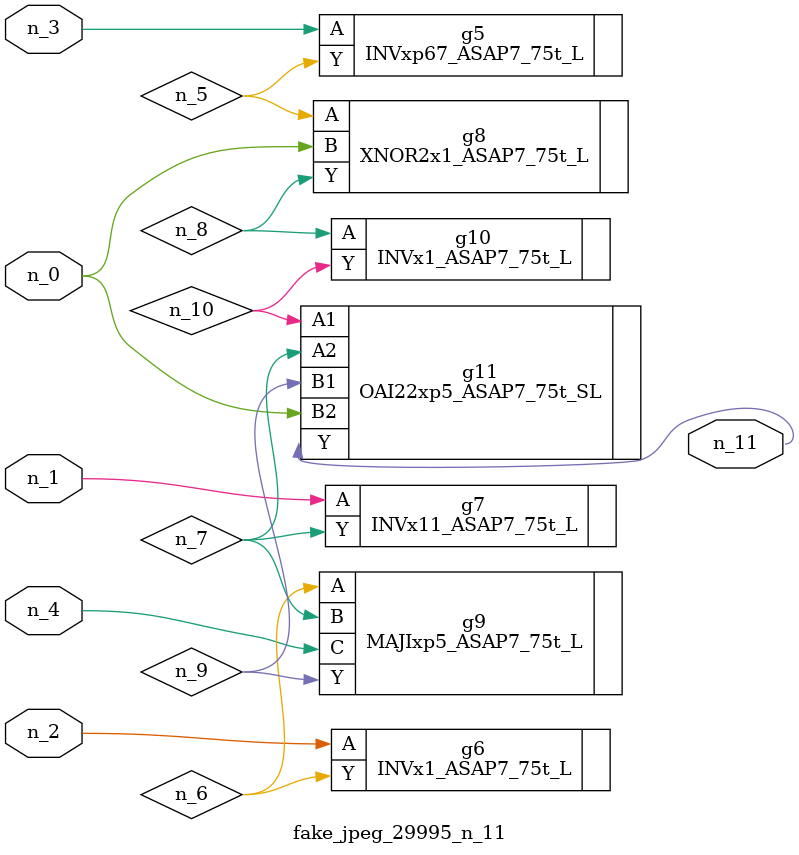
<source format=v>
module fake_jpeg_29995_n_11 (n_3, n_2, n_1, n_0, n_4, n_11);

input n_3;
input n_2;
input n_1;
input n_0;
input n_4;

output n_11;

wire n_10;
wire n_8;
wire n_9;
wire n_6;
wire n_5;
wire n_7;

INVxp67_ASAP7_75t_L g5 ( 
.A(n_3),
.Y(n_5)
);

INVx1_ASAP7_75t_L g6 ( 
.A(n_2),
.Y(n_6)
);

INVx11_ASAP7_75t_L g7 ( 
.A(n_1),
.Y(n_7)
);

XNOR2x1_ASAP7_75t_L g8 ( 
.A(n_5),
.B(n_0),
.Y(n_8)
);

INVx1_ASAP7_75t_L g10 ( 
.A(n_8),
.Y(n_10)
);

MAJIxp5_ASAP7_75t_L g9 ( 
.A(n_6),
.B(n_7),
.C(n_4),
.Y(n_9)
);

OAI22xp5_ASAP7_75t_SL g11 ( 
.A1(n_10),
.A2(n_7),
.B1(n_9),
.B2(n_0),
.Y(n_11)
);


endmodule
</source>
